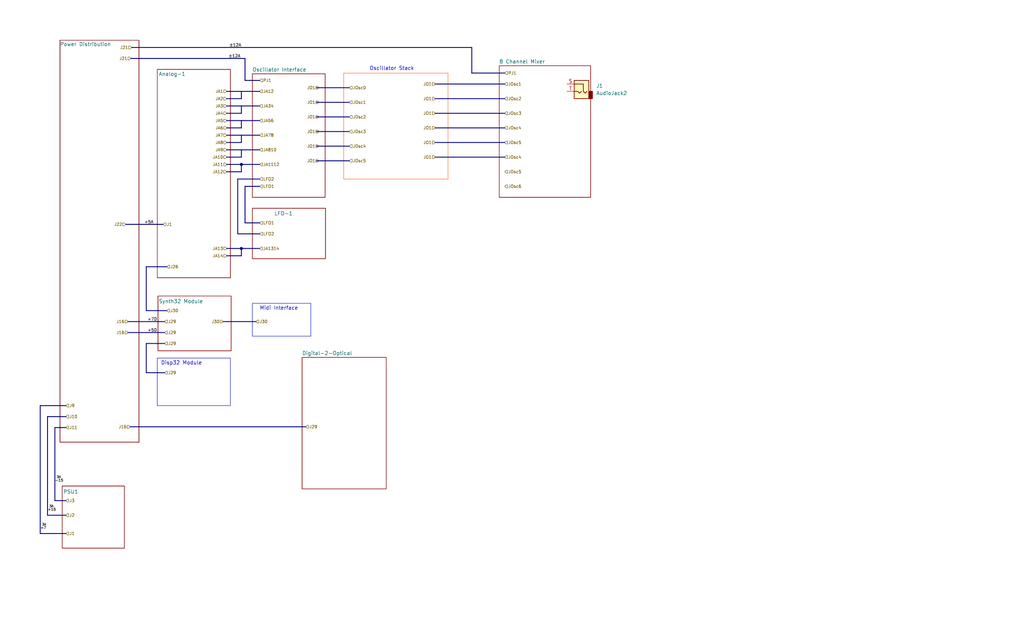
<source format=kicad_sch>
(kicad_sch (version 20230121) (generator eeschema)

  (uuid 718f017d-28fe-4e29-b548-40db8e21cec7)

  (paper "USLegal")

  (title_block
    (title "Synth #2")
    (date "2023-07-27")
    (rev "0.1")
    (company "      MLE Tech                  Cedar Park, TX")
    (comment 2 "In Development")
  )

  (lib_symbols
    (symbol "Connector:AudioJack2" (in_bom yes) (on_board yes)
      (property "Reference" "J" (at 0 8.89 0)
        (effects (font (size 1.27 1.27)))
      )
      (property "Value" "AudioJack2" (at 0 6.35 0)
        (effects (font (size 1.27 1.27)))
      )
      (property "Footprint" "" (at 0 0 0)
        (effects (font (size 1.27 1.27)) hide)
      )
      (property "Datasheet" "~" (at 0 0 0)
        (effects (font (size 1.27 1.27)) hide)
      )
      (property "ki_keywords" "audio jack receptacle mono phone headphone TS connector" (at 0 0 0)
        (effects (font (size 1.27 1.27)) hide)
      )
      (property "ki_description" "Audio Jack, 2 Poles (Mono / TS)" (at 0 0 0)
        (effects (font (size 1.27 1.27)) hide)
      )
      (property "ki_fp_filters" "Jack*" (at 0 0 0)
        (effects (font (size 1.27 1.27)) hide)
      )
      (symbol "AudioJack2_0_1"
        (rectangle (start -3.81 0) (end -2.54 -2.54)
          (stroke (width 0.254) (type default))
          (fill (type outline))
        )
        (rectangle (start -2.54 3.81) (end 2.54 -2.54)
          (stroke (width 0.254) (type default))
          (fill (type background))
        )
        (polyline
          (pts
            (xy 0 0)
            (xy 0.635 -0.635)
            (xy 1.27 0)
            (xy 2.54 0)
          )
          (stroke (width 0.254) (type default))
          (fill (type none))
        )
        (polyline
          (pts
            (xy 2.54 2.54)
            (xy -0.635 2.54)
            (xy -0.635 0)
            (xy -1.27 -0.635)
            (xy -1.905 0)
          )
          (stroke (width 0.254) (type default))
          (fill (type none))
        )
      )
      (symbol "AudioJack2_1_1"
        (pin passive line (at 5.08 2.54 180) (length 2.54)
          (name "~" (effects (font (size 1.27 1.27))))
          (number "S" (effects (font (size 1.27 1.27))))
        )
        (pin passive line (at 5.08 0 180) (length 2.54)
          (name "~" (effects (font (size 1.27 1.27))))
          (number "T" (effects (font (size 1.27 1.27))))
        )
      )
    )
  )

  (junction (at 83.82 86.36) (diameter 0) (color 0 0 0 0)
    (uuid 123f30a2-601f-4d32-b305-daf95f1bcc81)
  )
  (junction (at 83.82 57.15) (diameter 0) (color 0 0 0 0)
    (uuid 3c1dc8c2-a53d-46c2-ae35-e5735e0ef0fd)
  )

  (bus (pts (xy 44.45 111.76) (xy 57.15 111.76))
    (stroke (width 0) (type default))
    (uuid 05d8f4a5-7a8f-4fa8-b8be-ad7f81761e75)
  )
  (bus (pts (xy 82.55 62.23) (xy 82.55 81.28))
    (stroke (width 0) (type default))
    (uuid 0b1d5eba-ffae-4b8d-abc2-4fdf79615630)
  )
  (bus (pts (xy 57.15 119.38) (xy 50.8 119.38))
    (stroke (width 0) (type default))
    (uuid 108910c5-fd14-404c-a86f-dac3b56208aa)
  )
  (bus (pts (xy 163.83 16.51) (xy 163.83 25.4))
    (stroke (width 0) (type default))
    (uuid 113cccd1-8238-429a-bf91-be71465090e6)
  )
  (bus (pts (xy 83.82 57.15) (xy 83.82 59.69))
    (stroke (width 0) (type default))
    (uuid 133ce3c2-e27a-4f11-b3b2-b80da809da0f)
  )
  (bus (pts (xy 109.855 55.88) (xy 121.285 55.88))
    (stroke (width 0) (type default))
    (uuid 14004b5c-ea5d-4c5c-a0c8-37b97f94c804)
  )
  (bus (pts (xy 90.17 64.77) (xy 85.09 64.77))
    (stroke (width 0) (type default))
    (uuid 1a2f6f13-f75f-4d22-b60b-c3705aeec0cd)
  )
  (bus (pts (xy 83.82 86.36) (xy 83.82 88.9))
    (stroke (width 0) (type default))
    (uuid 1b812264-525b-45c3-86d2-04febf96c2e2)
  )
  (bus (pts (xy 78.74 59.69) (xy 83.82 59.69))
    (stroke (width 0) (type default))
    (uuid 1ef349a5-831d-4a66-9fb3-26cb09d10dc5)
  )
  (bus (pts (xy 50.8 107.95) (xy 50.8 92.71))
    (stroke (width 0) (type default))
    (uuid 24166d2e-985d-47ae-9133-17fe34db7c5c)
  )
  (bus (pts (xy 109.855 35.56) (xy 121.285 35.56))
    (stroke (width 0) (type default))
    (uuid 28aff523-da15-4ca1-9e05-e2522c0aec09)
  )
  (bus (pts (xy 83.82 34.29) (xy 83.82 31.75))
    (stroke (width 0) (type default))
    (uuid 29d7f80d-a2fa-4a8b-8263-fe1254c3f8c4)
  )

  (polyline (pts (xy 119.38 62.23) (xy 155.575 62.23))
    (stroke (width 0) (type solid) (color 255 95 24 1))
    (uuid 2c8b0986-b17a-4cbc-8ec4-0dd37e4093f7)
  )

  (bus (pts (xy 78.74 34.29) (xy 83.82 34.29))
    (stroke (width 0) (type default))
    (uuid 33173f15-adb5-409c-b1eb-1ab11c58c01c)
  )
  (bus (pts (xy 78.74 46.99) (xy 90.17 46.99))
    (stroke (width 0) (type default))
    (uuid 3e341689-2e0b-4e7a-aa00-624dbc333f9a)
  )
  (bus (pts (xy 19.05 148.59) (xy 22.86 148.59))
    (stroke (width 0) (type default))
    (uuid 40284f25-f764-419e-a06d-dced957a9f1d)
  )
  (bus (pts (xy 77.47 111.76) (xy 88.9 111.76))
    (stroke (width 0) (type default))
    (uuid 41adfb10-fc81-4cfe-8cf8-1841c91650e5)
  )
  (bus (pts (xy 163.83 25.4) (xy 175.26 25.4))
    (stroke (width 0) (type default))
    (uuid 42aaa9f9-3580-4e12-96d4-5d7279822910)
  )
  (bus (pts (xy 85.09 27.94) (xy 90.17 27.94))
    (stroke (width 0) (type default))
    (uuid 4d7c0100-141e-4f95-a9f0-7ccda43955b6)
  )
  (bus (pts (xy 151.13 44.45) (xy 175.26 44.45))
    (stroke (width 0) (type default))
    (uuid 507416c2-73ae-4981-893c-97793d76fbae)
  )
  (bus (pts (xy 43.688 77.978) (xy 56.642 77.978))
    (stroke (width 0) (type default))
    (uuid 59b3121b-9228-4bb7-8efa-dfc7d44d85f9)
  )
  (bus (pts (xy 109.855 45.72) (xy 121.285 45.72))
    (stroke (width 0) (type default))
    (uuid 5be3420a-42fc-482b-8bef-946997728156)
  )
  (bus (pts (xy 78.74 36.83) (xy 90.17 36.83))
    (stroke (width 0) (type default))
    (uuid 5faceb3e-e66e-4363-bd3b-d3b4a230a2d6)
  )
  (bus (pts (xy 85.09 27.94) (xy 85.09 20.32))
    (stroke (width 0) (type default))
    (uuid 6298c7d7-3b8a-4216-8a23-cc1ce39f5874)
  )
  (bus (pts (xy 109.855 50.8) (xy 121.285 50.8))
    (stroke (width 0) (type default))
    (uuid 659df58f-7289-48cd-91e4-be411bcf75e6)
  )
  (bus (pts (xy 78.74 57.15) (xy 83.82 57.15))
    (stroke (width 0) (type default))
    (uuid 6c7d66e2-30e2-4d0c-997b-a7b7155a7203)
  )
  (bus (pts (xy 151.13 34.29) (xy 175.26 34.29))
    (stroke (width 0) (type default))
    (uuid 743e023b-68ec-4d15-aae7-e331cfe210fe)
  )
  (bus (pts (xy 50.8 129.54) (xy 57.15 129.54))
    (stroke (width 0) (type default))
    (uuid 75b9e972-adfd-40d3-9ed7-8a18c6f23b9a)
  )
  (bus (pts (xy 83.82 44.45) (xy 83.82 41.91))
    (stroke (width 0) (type default))
    (uuid 79a4af56-e6ec-45b2-9b23-6d41d387430d)
  )
  (bus (pts (xy 78.74 49.53) (xy 83.82 49.53))
    (stroke (width 0) (type default))
    (uuid 7becdb47-900c-49de-9143-53c79adcc32c)
  )
  (bus (pts (xy 82.55 81.28) (xy 90.17 81.28))
    (stroke (width 0) (type default))
    (uuid 7c2b1fe6-2768-4a41-ad58-deae8c1ca1f6)
  )
  (bus (pts (xy 57.912 107.95) (xy 50.8 107.95))
    (stroke (width 0) (type default))
    (uuid 7dd1d99c-ce39-4d5d-862b-3b7425065390)
  )
  (bus (pts (xy 13.97 185.42) (xy 13.97 140.97))
    (stroke (width 0) (type default))
    (uuid 812ad527-d278-4045-a5b1-c99cff7a7839)
  )
  (bus (pts (xy 83.82 57.15) (xy 90.17 57.15))
    (stroke (width 0) (type default))
    (uuid 89946e72-1c3b-41cb-9e33-daa6b3a8e9d3)
  )
  (bus (pts (xy 78.74 88.9) (xy 83.82 88.9))
    (stroke (width 0) (type default))
    (uuid 8b6687d9-6063-4bc9-8724-4e5bd9671b0d)
  )

  (polyline (pts (xy 120.015 25.4) (xy 155.575 25.4))
    (stroke (width 0) (type solid) (color 255 95 24 1))
    (uuid 8f625e71-966b-4c11-b17c-2d9e159934ef)
  )
  (polyline (pts (xy 119.38 25.4) (xy 119.38 62.23))
    (stroke (width 0) (type solid) (color 255 95 24 1))
    (uuid 9201ca33-8589-4226-a7b6-0f526a2b7575)
  )

  (bus (pts (xy 16.51 179.07) (xy 16.51 144.78))
    (stroke (width 0) (type default))
    (uuid 96122982-b4e0-4b60-961c-010da38b3e0e)
  )
  (bus (pts (xy 78.74 44.45) (xy 83.82 44.45))
    (stroke (width 0) (type default))
    (uuid 96f009bb-58d0-494c-9d12-9e71c7da2284)
  )
  (bus (pts (xy 78.74 86.36) (xy 83.82 86.36))
    (stroke (width 0) (type default))
    (uuid 9837c339-9523-41a2-a411-4f54ce544ca0)
  )
  (bus (pts (xy 78.74 31.75) (xy 90.17 31.75))
    (stroke (width 0) (type default))
    (uuid 9a888512-6985-4af5-be4d-b395e6bbfe4c)
  )
  (bus (pts (xy 151.13 29.21) (xy 175.26 29.21))
    (stroke (width 0) (type default))
    (uuid 9cd53a6d-05e7-41b2-ac92-3567412fc22e)
  )
  (bus (pts (xy 78.74 39.37) (xy 83.82 39.37))
    (stroke (width 0) (type default))
    (uuid a7c5b587-6b08-45f0-b813-099249a8ab50)
  )
  (bus (pts (xy 16.51 144.78) (xy 22.86 144.78))
    (stroke (width 0) (type default))
    (uuid a8f6ed84-9d13-48f1-b47b-3c70ad5646e8)
  )
  (bus (pts (xy 45.466 20.32) (xy 85.09 20.32))
    (stroke (width 0) (type default))
    (uuid acb0ea37-b9ad-4e54-9ac2-2b4614efd177)
  )
  (bus (pts (xy 85.09 77.47) (xy 90.17 77.47))
    (stroke (width 0) (type default))
    (uuid acdf5b4a-124f-4dec-8681-c214e1a16017)
  )
  (bus (pts (xy 151.13 39.37) (xy 175.26 39.37))
    (stroke (width 0) (type default))
    (uuid aff7249d-1a70-46a9-947a-070a2f7d9e4a)
  )
  (bus (pts (xy 78.74 41.91) (xy 90.17 41.91))
    (stroke (width 0) (type default))
    (uuid b023f74a-3aef-473d-a4e5-2e220edffbaa)
  )
  (bus (pts (xy 85.09 77.47) (xy 85.09 64.77))
    (stroke (width 0) (type default))
    (uuid b33ebe68-3900-49bb-9e3a-1f80dff599c3)
  )
  (bus (pts (xy 45.212 148.336) (xy 106.172 148.336))
    (stroke (width 0) (type default))
    (uuid b36bfce4-b975-4a8d-97db-9c8dc37798b5)
  )
  (bus (pts (xy 45.72 16.51) (xy 163.83 16.51))
    (stroke (width 0) (type default))
    (uuid b5308e81-7d17-405d-aaa9-28219dd8c24f)
  )
  (bus (pts (xy 19.05 173.99) (xy 19.05 148.59))
    (stroke (width 0) (type default))
    (uuid b566eb7b-82e6-4423-907f-6da40fd58a9e)
  )
  (bus (pts (xy 50.8 119.38) (xy 50.8 129.54))
    (stroke (width 0) (type default))
    (uuid b94f13df-761c-496c-8638-180439fa83e1)
  )

  (polyline (pts (xy 120.015 25.4) (xy 119.38 25.4))
    (stroke (width 0) (type default) (color 255 93 24 1))
    (uuid ba185418-8110-4cff-a552-441781911f3e)
  )

  (bus (pts (xy 83.82 49.53) (xy 83.82 46.99))
    (stroke (width 0) (type default))
    (uuid ba57d4cf-8bca-4721-a6d0-92dba44559fa)
  )
  (bus (pts (xy 109.855 30.48) (xy 121.285 30.48))
    (stroke (width 0) (type default))
    (uuid bbb5607e-acf0-4a1a-b75b-ae4d6aaf5038)
  )

  (polyline (pts (xy 155.575 62.23) (xy 155.575 25.4))
    (stroke (width 0) (type solid) (color 255 95 24 1))
    (uuid bcf887bf-aafe-4a06-ab2f-0eb3cf8a076d)
  )

  (bus (pts (xy 50.8 92.71) (xy 57.912 92.71))
    (stroke (width 0) (type default))
    (uuid c6280181-fa8e-475a-a2c8-c38da2b04e32)
  )
  (bus (pts (xy 151.13 54.61) (xy 175.26 54.61))
    (stroke (width 0) (type default))
    (uuid c6b093ae-1e33-48dd-9eed-d543f0cdfed3)
  )
  (bus (pts (xy 19.05 173.99) (xy 22.86 173.99))
    (stroke (width 0) (type default))
    (uuid cc8e527e-cf1a-479e-8b4e-1d1cdf71b873)
  )
  (bus (pts (xy 109.855 40.64) (xy 121.285 40.64))
    (stroke (width 0) (type default))
    (uuid ccca28bb-d9b0-4e75-a22b-991f5de41023)
  )
  (bus (pts (xy 13.97 185.42) (xy 22.86 185.42))
    (stroke (width 0) (type default))
    (uuid ce361ff5-6fa2-4f4b-9d55-6be33588d2b2)
  )
  (bus (pts (xy 83.82 86.36) (xy 90.17 86.36))
    (stroke (width 0) (type default))
    (uuid cf1f6a40-b90a-4463-a190-f73158a00582)
  )
  (bus (pts (xy 151.13 49.53) (xy 175.26 49.53))
    (stroke (width 0) (type default))
    (uuid d227198e-fc4c-4b3d-91d2-d8967edc8890)
  )
  (bus (pts (xy 22.86 140.97) (xy 13.97 140.97))
    (stroke (width 0) (type default))
    (uuid d3351a38-2f74-4f2d-b2a1-2228e45ca51a)
  )
  (bus (pts (xy 78.74 52.07) (xy 90.17 52.07))
    (stroke (width 0) (type default))
    (uuid d35d9562-db00-4e91-927f-e7b50303c4c5)
  )
  (bus (pts (xy 44.45 115.57) (xy 57.15 115.57))
    (stroke (width 0) (type default))
    (uuid d48d5b8a-d702-48c6-8364-f86725f3d251)
  )
  (bus (pts (xy 78.74 54.61) (xy 83.82 54.61))
    (stroke (width 0) (type default))
    (uuid d8450b41-591f-41cf-b71b-285ad16c0382)
  )
  (bus (pts (xy 22.86 179.07) (xy 16.51 179.07))
    (stroke (width 0) (type default))
    (uuid e7cc89f3-fbe3-44dd-ae80-93a22dd7f068)
  )
  (bus (pts (xy 82.55 62.23) (xy 90.17 62.23))
    (stroke (width 0) (type default))
    (uuid e86466eb-29e2-482a-bce5-21801d6b3974)
  )
  (bus (pts (xy 83.82 52.07) (xy 83.82 54.61))
    (stroke (width 0) (type default))
    (uuid f7a7ae81-9e08-4b37-b403-74583028139f)
  )
  (bus (pts (xy 83.82 39.37) (xy 83.82 36.83))
    (stroke (width 0) (type default))
    (uuid f8495db7-8626-40d2-9a75-d04d41cfc28e)
  )

  (rectangle (start 54.61 124.46) (end 80.01 140.97)
    (stroke (width 0) (type default))
    (fill (type none))
    (uuid 0ed4ebb7-5f9d-443b-9650-f63f7ab8ef49)
  )
  (rectangle (start 87.63 105.41) (end 107.95 116.84)
    (stroke (width 0) (type default))
    (fill (type none))
    (uuid 72e4259d-2f9a-4115-949e-75bc058013a9)
  )

  (text "Midi Interface" (at 90.17 107.95 0)
    (effects (font (size 1.27 1.27)) (justify left bottom))
    (uuid 61776e82-ed15-4696-bf95-db9fd3f427a0)
  )
  (text "Disp32 Module" (at 55.88 127 0)
    (effects (font (size 1.27 1.27)) (justify left bottom))
    (uuid bbb75140-80b8-48b9-be52-afa147e2be09)
  )
  (text "Oscillator Stack" (at 128.2954 24.638 0)
    (effects (font (size 1.27 1.27)) (justify left bottom))
    (uuid ea55c5f3-838e-4b43-8c79-01846ab6dd4c)
  )

  (label " 3A" (at 13.97 182.88 0) (fields_autoplaced)
    (effects (font (size 0.762 0.762)) (justify left bottom))
    (uuid 00ba9e83-ab94-45b1-a2f6-c47d2986b126)
  )
  (label "+15" (at 16.51 177.8 0) (fields_autoplaced)
    (effects (font (size 0.889 0.889)) (justify left bottom))
    (uuid 03b00c58-5a73-45a2-bf48-2e26ad1e2d71)
  )
  (label "-15" (at 19.05 167.64 0) (fields_autoplaced)
    (effects (font (size 0.889 0.889)) (justify left bottom))
    (uuid 119f55a1-c58f-4b6f-9f28-7419c27e38fd)
  )
  (label "±12A" (at 83.566 20.32 180) (fields_autoplaced)
    (effects (font (size 1.016 1.016)) (justify right bottom))
    (uuid 290a6b79-0dbb-4da7-9f93-4b68f9f64d2c)
  )
  (label "+5D" (at 54.61 115.57 180) (fields_autoplaced)
    (effects (font (size 1.016 1.016)) (justify right bottom))
    (uuid 2ab9f8f6-7f0c-4c44-aae9-d98724e3152c)
  )
  (label "+7" (at 13.97 184.15 0) (fields_autoplaced)
    (effects (font (size 0.889 0.889)) (justify left bottom))
    (uuid 2e19abbc-4d5d-4793-9b17-4285bb193108)
  )
  (label " 3A" (at 19.05 166.37 0) (fields_autoplaced)
    (effects (font (size 0.762 0.762)) (justify left bottom))
    (uuid 31ddcb16-50c9-41a2-a420-caef2e69ed12)
  )
  (label "+7D" (at 54.61 111.76 180) (fields_autoplaced)
    (effects (font (size 1.016 1.016)) (justify right bottom))
    (uuid 3b933fa6-6c59-4b54-bab6-c02b161c8757)
  )
  (label "±12A" (at 83.82 16.51 180) (fields_autoplaced)
    (effects (font (size 1.016 1.016)) (justify right bottom))
    (uuid ba9ca330-a5f3-41cd-bf2b-2bc792d4611e)
  )
  (label "+5A" (at 53.34 77.978 180) (fields_autoplaced)
    (effects (font (size 1.016 1.016)) (justify right bottom))
    (uuid c2035866-08a1-42ff-8ea7-915e62c9b392)
  )
  (label " 3A" (at 16.51 176.53 0) (fields_autoplaced)
    (effects (font (size 0.762 0.762)) (justify left bottom))
    (uuid c341952c-f5c3-431b-86a5-029fcbad11c4)
  )

  (hierarchical_label "JO1" (shape input) (at 151.13 29.21 180) (fields_autoplaced)
    (effects (font (size 1.016 1.016)) (justify right))
    (uuid 02a173ef-4028-4207-96c3-6d4eb892a027)
  )
  (hierarchical_label "JA13" (shape input) (at 78.74 86.36 180) (fields_autoplaced)
    (effects (font (size 1.016 1.016)) (justify right))
    (uuid 033db7ac-3406-4914-adf0-f5c814861b7a)
  )
  (hierarchical_label "JOsc3" (shape input) (at 121.285 45.72 0) (fields_autoplaced)
    (effects (font (size 1.016 1.016)) (justify left))
    (uuid 054fac56-d933-4db8-b2d2-b3c126ccc608)
  )
  (hierarchical_label "JA1314" (shape input) (at 90.17 86.36 0) (fields_autoplaced)
    (effects (font (size 1.016 1.016)) (justify left))
    (uuid 07d9fcaa-0224-44ec-a058-3ea7e27d2b83)
  )
  (hierarchical_label "JOsc5" (shape input) (at 121.285 55.88 0) (fields_autoplaced)
    (effects (font (size 1.016 1.016)) (justify left))
    (uuid 0d3e6b70-70e2-49f5-8e8c-ddbceeff5274)
  )
  (hierarchical_label "JOsc2" (shape input) (at 121.285 40.64 0) (fields_autoplaced)
    (effects (font (size 1.016 1.016)) (justify left))
    (uuid 11a983ce-6389-4d6d-940e-7c7318bd9bc3)
  )
  (hierarchical_label "JA6" (shape input) (at 78.74 44.45 180) (fields_autoplaced)
    (effects (font (size 1.016 1.016)) (justify right))
    (uuid 14206cc5-5a66-4cd9-8b2f-bbbcc2253dc5)
  )
  (hierarchical_label "J1" (shape input) (at 56.642 77.978 0) (fields_autoplaced)
    (effects (font (size 1.016 1.016)) (justify left))
    (uuid 154efed5-090c-4c03-9f10-e6307d23f0d5)
  )
  (hierarchical_label "J1" (shape input) (at 22.86 185.42 0) (fields_autoplaced)
    (effects (font (size 1.016 1.016)) (justify left))
    (uuid 1603969c-17cf-4f85-845a-4fa0e6281299)
  )
  (hierarchical_label "JA5" (shape input) (at 78.74 41.91 180) (fields_autoplaced)
    (effects (font (size 1.016 1.016)) (justify right))
    (uuid 26b43bf0-1db9-4c99-b7ff-cf3b8c4d330e)
  )
  (hierarchical_label "J2" (shape input) (at 22.86 179.07 0) (fields_autoplaced)
    (effects (font (size 1.016 1.016)) (justify left))
    (uuid 2813d697-ae81-4edd-baad-049cafedd23b)
  )
  (hierarchical_label "LFO2" (shape input) (at 90.17 81.28 0) (fields_autoplaced)
    (effects (font (size 1.016 1.016)) (justify left))
    (uuid 287ef330-dcb0-45c0-b41a-e1cfc414c30f)
  )
  (hierarchical_label "J29" (shape input) (at 106.172 148.336 0) (fields_autoplaced)
    (effects (font (size 1.016 1.016)) (justify left))
    (uuid 29e71f30-9156-4d97-a06a-e2e11128e075)
  )
  (hierarchical_label "J22" (shape input) (at 43.688 77.978 180) (fields_autoplaced)
    (effects (font (size 1.016 1.016)) (justify right))
    (uuid 2aebf40f-ceae-4211-b368-700db9143ced)
  )
  (hierarchical_label "JO1" (shape input) (at 110.744 40.64 180) (fields_autoplaced)
    (effects (font (size 1.016 1.016)) (justify right))
    (uuid 2ff98fe6-9488-485d-b2c7-e81687b71c65)
  )
  (hierarchical_label "J3" (shape input) (at 22.86 173.99 0) (fields_autoplaced)
    (effects (font (size 1.016 1.016)) (justify left))
    (uuid 3c0380d7-c437-4cf9-a7e5-7d75c7308b81)
  )
  (hierarchical_label "J11" (shape input) (at 22.86 148.59 0) (fields_autoplaced)
    (effects (font (size 1.016 1.016)) (justify left))
    (uuid 3e0458a4-da09-45aa-b4b1-d7788cb74e53)
  )
  (hierarchical_label "JA56" (shape input) (at 90.17 41.91 0) (fields_autoplaced)
    (effects (font (size 1.016 1.016)) (justify left))
    (uuid 3f743e53-17b5-462c-9e18-568a81cf774c)
  )
  (hierarchical_label "J29" (shape input) (at 57.15 119.38 0) (fields_autoplaced)
    (effects (font (size 1.016 1.016)) (justify left))
    (uuid 40981be8-39b5-45d1-aed3-c3ea708072ea)
  )
  (hierarchical_label "PJ1" (shape input) (at 175.26 25.4 0) (fields_autoplaced)
    (effects (font (size 1.016 1.016)) (justify left))
    (uuid 4134f6aa-3cff-45ae-af3b-32fd0d3667df)
  )
  (hierarchical_label "JA11" (shape input) (at 78.74 57.15 180) (fields_autoplaced)
    (effects (font (size 1.016 1.016)) (justify right))
    (uuid 45926f0a-6aa9-489c-aa16-85888575bc0f)
  )
  (hierarchical_label "PJ1" (shape input) (at 90.17 27.94 0) (fields_autoplaced)
    (effects (font (size 1.016 1.016)) (justify left))
    (uuid 4746700a-31d9-4a8e-8f6b-bde28fa8d961)
  )
  (hierarchical_label "JO1" (shape input) (at 151.13 44.45 180) (fields_autoplaced)
    (effects (font (size 1.016 1.016)) (justify right))
    (uuid 4b774b71-5188-4ef9-a59e-cbc4f8aed1a2)
  )
  (hierarchical_label "JO1" (shape input) (at 151.13 39.37 180) (fields_autoplaced)
    (effects (font (size 1.016 1.016)) (justify right))
    (uuid 4bdf43bf-cab2-428d-a5b8-6f94d2da2357)
  )
  (hierarchical_label "J16" (shape input) (at 44.45 115.57 180) (fields_autoplaced)
    (effects (font (size 1.016 1.016)) (justify right))
    (uuid 4eb88873-afc7-44d7-9315-2b009adee6ba)
  )
  (hierarchical_label "JO1" (shape input) (at 110.744 55.88 180) (fields_autoplaced)
    (effects (font (size 1.016 1.016)) (justify right))
    (uuid 5533ec3c-5c24-4ddc-8c12-a9a180006a94)
  )
  (hierarchical_label "JOsc4" (shape input) (at 175.26 54.61 0) (fields_autoplaced)
    (effects (font (size 1.016 1.016)) (justify left))
    (uuid 57b94f56-ad78-457c-8656-362239aa94aa)
  )
  (hierarchical_label "JA2" (shape input) (at 78.74 34.29 180) (fields_autoplaced)
    (effects (font (size 1.016 1.016)) (justify right))
    (uuid 57fc5662-3df5-4883-8785-061edd1e21df)
  )
  (hierarchical_label "JA3" (shape input) (at 78.74 36.83 180) (fields_autoplaced)
    (effects (font (size 1.016 1.016)) (justify right))
    (uuid 58bcf435-4dcc-4e6c-bb0f-2374a633edb7)
  )
  (hierarchical_label "JOsc4" (shape input) (at 175.26 44.45 0) (fields_autoplaced)
    (effects (font (size 1.016 1.016)) (justify left))
    (uuid 5ca155f1-daf2-4892-aff1-5da3778c8627)
  )
  (hierarchical_label "JOsc3" (shape input) (at 175.26 39.37 0) (fields_autoplaced)
    (effects (font (size 1.016 1.016)) (justify left))
    (uuid 65ca326a-67d7-46b1-a673-9028b8680da0)
  )
  (hierarchical_label "JA10" (shape input) (at 78.74 54.61 180) (fields_autoplaced)
    (effects (font (size 1.016 1.016)) (justify right))
    (uuid 6ee93adf-60de-46f7-8bfd-2b78e264176f)
  )
  (hierarchical_label "J30" (shape input) (at 88.9 111.76 0) (fields_autoplaced)
    (effects (font (size 1.016 1.016)) (justify left))
    (uuid 70eebb15-c75a-4bd2-9f52-ee31dd2f018c)
  )
  (hierarchical_label "JA14" (shape input) (at 78.74 88.9 180) (fields_autoplaced)
    (effects (font (size 1.016 1.016)) (justify right))
    (uuid 759b21fe-b561-4d15-932f-215fbcb288a5)
  )
  (hierarchical_label "JO1" (shape input) (at 151.13 54.61 180) (fields_autoplaced)
    (effects (font (size 1.016 1.016)) (justify right))
    (uuid 78705ef4-849b-40e4-a931-27dc787ae8c9)
  )
  (hierarchical_label "JO1" (shape input) (at 110.744 45.72 180) (fields_autoplaced)
    (effects (font (size 1.016 1.016)) (justify right))
    (uuid 7b2a001c-f352-45b0-bf78-2958070db7ab)
  )
  (hierarchical_label "JOsc5" (shape input) (at 175.26 49.53 0) (fields_autoplaced)
    (effects (font (size 1.016 1.016)) (justify left))
    (uuid 7e0beb1d-5c68-4b93-a0e0-23944ae903c1)
  )
  (hierarchical_label "JOsc4" (shape input) (at 121.285 50.8 0) (fields_autoplaced)
    (effects (font (size 1.016 1.016)) (justify left))
    (uuid 7e572a4b-d3e6-485b-9d2a-5212dc708a17)
  )
  (hierarchical_label "JOsc6" (shape input) (at 175.26 64.77 0) (fields_autoplaced)
    (effects (font (size 1.016 1.016)) (justify left))
    (uuid 810cfdb0-6898-4d37-b7ef-8405796fb04e)
  )
  (hierarchical_label "J21" (shape input) (at 45.72 16.51 180) (fields_autoplaced)
    (effects (font (size 1.016 1.016)) (justify right))
    (uuid 8246eee0-e4cb-4910-96da-e7627b6a1022)
  )
  (hierarchical_label "JA7" (shape input) (at 78.74 46.99 180) (fields_autoplaced)
    (effects (font (size 1.016 1.016)) (justify right))
    (uuid 8349f134-61b6-41e7-955d-7d0c2a7df790)
  )
  (hierarchical_label "JA1112" (shape input) (at 90.17 57.15 0) (fields_autoplaced)
    (effects (font (size 1.016 1.016)) (justify left))
    (uuid 86cf2330-d200-43eb-aba9-389c9970db3b)
  )
  (hierarchical_label "JO1" (shape input) (at 110.744 30.48 180) (fields_autoplaced)
    (effects (font (size 1.016 1.016)) (justify right))
    (uuid 9160bd7c-b1e8-4696-a277-d1ed726202fe)
  )
  (hierarchical_label "J16" (shape input) (at 44.45 111.76 180) (fields_autoplaced)
    (effects (font (size 1.016 1.016)) (justify right))
    (uuid 9285f570-5433-4b4f-bb6b-721fef55160b)
  )
  (hierarchical_label "JA78" (shape input) (at 90.17 46.99 0) (fields_autoplaced)
    (effects (font (size 1.016 1.016)) (justify left))
    (uuid 93b84cf6-8fb3-45be-9877-050535568a4c)
  )
  (hierarchical_label "JA4" (shape input) (at 78.74 39.37 180) (fields_autoplaced)
    (effects (font (size 1.016 1.016)) (justify right))
    (uuid 940b0df1-c585-43c9-a583-15849bfcfe3a)
  )
  (hierarchical_label "JA34" (shape input) (at 90.17 36.83 0) (fields_autoplaced)
    (effects (font (size 1.016 1.016)) (justify left))
    (uuid 97a2c5d8-4118-40b3-9e00-40f6b5e2642f)
  )
  (hierarchical_label "J26" (shape input) (at 57.912 92.71 0) (fields_autoplaced)
    (effects (font (size 1.016 1.016)) (justify left))
    (uuid 9bbf12d9-bdc0-4f01-941c-0c6953741e63)
  )
  (hierarchical_label "J30" (shape input) (at 77.47 111.76 180) (fields_autoplaced)
    (effects (font (size 1.016 1.016)) (justify right))
    (uuid 9e784105-1c5d-405f-936c-3c966eac3328)
  )
  (hierarchical_label "JA12" (shape input) (at 78.74 59.69 180) (fields_autoplaced)
    (effects (font (size 1.016 1.016)) (justify right))
    (uuid a41fc7d8-b101-4dab-b867-02b4f8db496d)
  )
  (hierarchical_label "JA1" (shape input) (at 78.74 31.75 180) (fields_autoplaced)
    (effects (font (size 1.016 1.016)) (justify right))
    (uuid a489c382-a486-4ea2-a794-192bafa5e0da)
  )
  (hierarchical_label "J21" (shape input) (at 45.466 20.32 180) (fields_autoplaced)
    (effects (font (size 1.016 1.016)) (justify right))
    (uuid a5d122bf-ee8c-4daf-b9c8-448136bc8d6c)
  )
  (hierarchical_label "JOsc2" (shape input) (at 175.26 34.29 0) (fields_autoplaced)
    (effects (font (size 1.016 1.016)) (justify left))
    (uuid a60336f0-f5f8-460d-834e-f057182bb4bb)
  )
  (hierarchical_label "LFO1" (shape input) (at 90.17 77.47 0) (fields_autoplaced)
    (effects (font (size 1.016 1.016)) (justify left))
    (uuid aafb6695-02dc-4c0f-a20c-c6952b5c7c48)
  )
  (hierarchical_label "JA12" (shape input) (at 90.17 31.75 0) (fields_autoplaced)
    (effects (font (size 1.016 1.016)) (justify left))
    (uuid ab99dc1b-70a1-4d8a-ab91-32141e6ed873)
  )
  (hierarchical_label "J9" (shape input) (at 22.86 140.97 0) (fields_autoplaced)
    (effects (font (size 1.016 1.016)) (justify left))
    (uuid ac73f004-98b6-42dc-af0b-f0ab5cf7a9ae)
  )
  (hierarchical_label "JOsc0" (shape input) (at 121.285 30.48 0) (fields_autoplaced)
    (effects (font (size 1.016 1.016)) (justify left))
    (uuid b9ac2921-cba5-4e5e-b5d6-c9623722e4d5)
  )
  (hierarchical_label "JO1" (shape input) (at 110.744 35.56 180) (fields_autoplaced)
    (effects (font (size 1.016 1.016)) (justify right))
    (uuid be4aa51e-8283-47be-97a5-e6e8fd1670e9)
  )
  (hierarchical_label "J30" (shape input) (at 57.912 107.95 0) (fields_autoplaced)
    (effects (font (size 1.016 1.016)) (justify left))
    (uuid bfdba705-b446-40d5-a4a1-52ab13623134)
  )
  (hierarchical_label "LFO2" (shape input) (at 90.17 62.23 0) (fields_autoplaced)
    (effects (font (size 1.016 1.016)) (justify left))
    (uuid c14efcc1-4859-4b49-a56b-e808734b93c5)
  )
  (hierarchical_label "J29" (shape input) (at 57.15 115.57 0) (fields_autoplaced)
    (effects (font (size 1.016 1.016)) (justify left))
    (uuid cdfd4f23-4312-4e96-9c56-3dca094e7be4)
  )
  (hierarchical_label "J29" (shape input) (at 57.15 111.76 0) (fields_autoplaced)
    (effects (font (size 1.016 1.016)) (justify left))
    (uuid d063ecee-163c-4a09-9845-ca33b6c5a04a)
  )
  (hierarchical_label "LFO1" (shape input) (at 90.17 64.77 0) (fields_autoplaced)
    (effects (font (size 1.016 1.016)) (justify left))
    (uuid d110bd26-d8b8-48f8-ba8f-a38199a00c51)
  )
  (hierarchical_label "J10" (shape input) (at 22.86 144.78 0) (fields_autoplaced)
    (effects (font (size 1.016 1.016)) (justify left))
    (uuid d3d3ea8b-9d47-47fb-afb1-7b927d04c889)
  )
  (hierarchical_label "JO1" (shape input) (at 151.13 34.29 180) (fields_autoplaced)
    (effects (font (size 1.016 1.016)) (justify right))
    (uuid d65f76af-8e84-4b5e-9fbb-4a7b421bb733)
  )
  (hierarchical_label "JOsc1" (shape input) (at 175.26 29.21 0) (fields_autoplaced)
    (effects (font (size 1.016 1.016)) (justify left))
    (uuid e07381c5-0a6c-4217-a719-8ff1b3d7a24a)
  )
  (hierarchical_label "J16" (shape input) (at 45.212 148.336 180) (fields_autoplaced)
    (effects (font (size 1.016 1.016)) (justify right))
    (uuid e997842e-bf48-436e-a3c8-dd24c4bb6f25)
  )
  (hierarchical_label "JO1" (shape input) (at 151.13 49.53 180) (fields_autoplaced)
    (effects (font (size 1.016 1.016)) (justify right))
    (uuid ed89978c-dc3c-441f-b5ca-01374640d464)
  )
  (hierarchical_label "JA9" (shape input) (at 78.74 52.07 180) (fields_autoplaced)
    (effects (font (size 1.016 1.016)) (justify right))
    (uuid ede91f8f-cacc-4acc-a2e9-33017fe4ca43)
  )
  (hierarchical_label "JA8" (shape input) (at 78.74 49.53 180) (fields_autoplaced)
    (effects (font (size 1.016 1.016)) (justify right))
    (uuid edea51aa-1f7b-4a06-8ad1-b74e940fcf2d)
  )
  (hierarchical_label "JOsc1" (shape input) (at 121.285 35.56 0) (fields_autoplaced)
    (effects (font (size 1.016 1.016)) (justify left))
    (uuid eeccc485-c766-455a-b5a0-95866ac76d18)
  )
  (hierarchical_label "JA810" (shape input) (at 90.17 52.07 0) (fields_autoplaced)
    (effects (font (size 1.016 1.016)) (justify left))
    (uuid f6bb97fc-b62d-4cb4-b3d3-fd6ad53c72e1)
  )
  (hierarchical_label "J29" (shape input) (at 57.15 129.54 0) (fields_autoplaced)
    (effects (font (size 1.016 1.016)) (justify left))
    (uuid f77898f0-047f-4b8b-bf4b-61d2140b339f)
  )
  (hierarchical_label "JO1" (shape input) (at 110.744 50.8 180) (fields_autoplaced)
    (effects (font (size 1.016 1.016)) (justify right))
    (uuid f802b0f1-39dd-41a7-8b30-9af1c7ce8ad8)
  )
  (hierarchical_label "JOsc5" (shape input) (at 175.26 59.69 0) (fields_autoplaced)
    (effects (font (size 1.016 1.016)) (justify left))
    (uuid fd4cb6e5-47c8-4b34-a081-e891194e5487)
  )

  (symbol (lib_id "Connector:AudioJack2") (at 201.93 31.75 0) (mirror y) (unit 1)
    (in_bom yes) (on_board yes) (dnp no) (fields_autoplaced)
    (uuid f0178dd8-48eb-40ce-9ffd-c3df7a0e5a5f)
    (property "Reference" "J1" (at 207.01 29.8449 0)
      (effects (font (size 1.27 1.27)) (justify right))
    )
    (property "Value" "AudioJack2" (at 207.01 32.3849 0)
      (effects (font (size 1.27 1.27)) (justify right))
    )
    (property "Footprint" "" (at 201.93 31.75 0)
      (effects (font (size 1.27 1.27)) hide)
    )
    (property "Datasheet" "~" (at 201.93 31.75 0)
      (effects (font (size 1.27 1.27)) hide)
    )
    (pin "S" (uuid d1f3d9f0-bd53-4056-92b8-1b4cc21d321f))
    (pin "T" (uuid 67753a30-8f7f-40f0-8d90-7ebfd086a028))
    (instances
      (project "Schematics-Midi32"
        (path "/718f017d-28fe-4e29-b548-40db8e21cec7"
          (reference "J1") (unit 1)
        )
      )
    )
  )

  (sheet (at 21.59 168.91) (size 21.59 21.59)
    (stroke (width 0.1524) (type solid))
    (fill (color 0 0 0 0.0000))
    (uuid 135a07d0-7692-4455-8538-0bd4306020d8)
    (property "Sheetname" "PSU1" (at 21.9456 171.6278 0)
      (effects (font (size 1.27 1.27)) (justify left bottom))
    )
    (property "Sheetfile" "PSU.kicad_sch" (at 21.9456 180.0606 0)
      (effects (font (size 1.016 1.016)) (justify left top) hide)
    )
    (instances
      (project "Schematics-Midi32"
        (path "/718f017d-28fe-4e29-b548-40db8e21cec7" (page "2"))
      )
    )
  )

  (sheet (at 173.355 22.86) (size 31.75 45.72) (fields_autoplaced)
    (stroke (width 0.1524) (type solid))
    (fill (color 0 0 0 0.0000))
    (uuid 2f5793a4-784d-4354-a923-086ce6f236aa)
    (property "Sheetname" "8 Channel Mixer" (at 173.355 22.1484 0)
      (effects (font (size 1.27 1.27)) (justify left bottom))
    )
    (property "Sheetfile" "Mixer1.kicad_sch" (at 173.355 69.1646 0)
      (effects (font (size 1.27 1.27)) (justify left top) hide)
    )
    (instances
      (project "Schematics-Midi32"
        (path "/718f017d-28fe-4e29-b548-40db8e21cec7" (page "9"))
      )
    )
  )

  (sheet (at 104.902 124.206) (size 29.21 45.72) (fields_autoplaced)
    (stroke (width 0.1524) (type solid))
    (fill (color 0 0 0 0.0000))
    (uuid 487f8b31-5028-40c9-b36e-b32ac98e0024)
    (property "Sheetname" "Digital-2-Optical" (at 104.902 123.4944 0)
      (effects (font (size 1.27 1.27)) (justify left bottom))
    )
    (property "Sheetfile" "DigitalOptical.kicad_sch" (at 104.902 170.5106 0)
      (effects (font (size 1.27 1.27)) (justify left top) hide)
    )
    (instances
      (project "Schematics-Midi32"
        (path "/718f017d-28fe-4e29-b548-40db8e21cec7" (page "6"))
      )
    )
  )

  (sheet (at 54.61 24.13) (size 25.4 72.39)
    (stroke (width 0.1524) (type solid))
    (fill (color 0 0 0 0.0000))
    (uuid 5bc16b3a-a1cd-4002-8881-eefa1f194921)
    (property "Sheetname" "Analog-1" (at 55.0926 26.4414 0)
      (effects (font (size 1.27 1.27)) (justify left bottom))
    )
    (property "Sheetfile" "Analog-1.kicad_sch" (at 56.9214 94.488 0)
      (effects (font (size 1.016 1.016)) (justify left top) hide)
    )
    (instances
      (project "Schematics-Midi32"
        (path "/718f017d-28fe-4e29-b548-40db8e21cec7" (page "5"))
      )
    )
  )

  (sheet (at 54.864 102.87) (size 25.4 19.05)
    (stroke (width 0.1524) (type solid))
    (fill (color 0 0 0 0.0000))
    (uuid 5f23d779-3412-4b06-96f4-480c60744fb9)
    (property "Sheetname" "Synth32 Module" (at 55.0926 105.4608 0)
      (effects (font (size 1.27 1.27)) (justify left bottom))
    )
    (property "Sheetfile" "Digitial-1.kicad_sch" (at 54.7878 114.3762 0)
      (effects (font (size 1.016 1.016)) (justify left top) hide)
    )
    (instances
      (project "Schematics-Midi32"
        (path "/718f017d-28fe-4e29-b548-40db8e21cec7" (page "4"))
      )
    )
  )

  (sheet (at 87.63 25.654) (size 25.273 42.926) (fields_autoplaced)
    (stroke (width 0.1524) (type solid))
    (fill (color 0 0 0 0.0000))
    (uuid 83c18e5e-80d6-4888-9fad-0f98ae45ba50)
    (property "Sheetname" "Oscillator Interface" (at 87.63 24.9424 0)
      (effects (font (size 1.27 1.27)) (justify left bottom))
    )
    (property "Sheetfile" "Oscc_6Ifc.kicad_sch" (at 87.63 69.1646 0)
      (effects (font (size 1.27 1.27)) (justify left top) hide)
    )
    (instances
      (project "Schematics-Midi32"
        (path "/718f017d-28fe-4e29-b548-40db8e21cec7" (page "7"))
      )
    )
  )

  (sheet (at 20.828 13.97) (size 27.432 139.7)
    (stroke (width 0.1524) (type solid))
    (fill (color 0 0 0 0.0000))
    (uuid 95306b60-5045-41b3-9495-58e5e819ea03)
    (property "Sheetname" "Power Distribution" (at 20.828 16.1036 0)
      (effects (font (size 1.27 1.27)) (justify left bottom))
    )
    (property "Sheetfile" "Power-Distrib.kicad_sch" (at 21.59 17.0688 0)
      (effects (font (size 1.016 1.016)) (justify left top) hide)
    )
    (instances
      (project "Schematics-Midi32"
        (path "/718f017d-28fe-4e29-b548-40db8e21cec7" (page "3"))
      )
    )
  )

  (sheet (at 87.63 72.39) (size 25.4 17.526)
    (stroke (width 0.1524) (type solid))
    (fill (color 0 0 0 0.0000))
    (uuid a9be884e-6408-488d-9c6f-d8fb5b76e961)
    (property "Sheetname" "LFO-1" (at 95.25 74.93 0)
      (effects (font (size 1.27 1.27)) (justify left bottom))
    )
    (property "Sheetfile" "LFO-1.kicad_sch" (at 87.63 91.5166 0)
      (effects (font (size 1.27 1.27)) (justify left top) hide)
    )
    (instances
      (project "Schematics-Midi32"
        (path "/718f017d-28fe-4e29-b548-40db8e21cec7" (page "8"))
      )
    )
  )

  (sheet_instances
    (path "/" (page "1"))
  )
)

</source>
